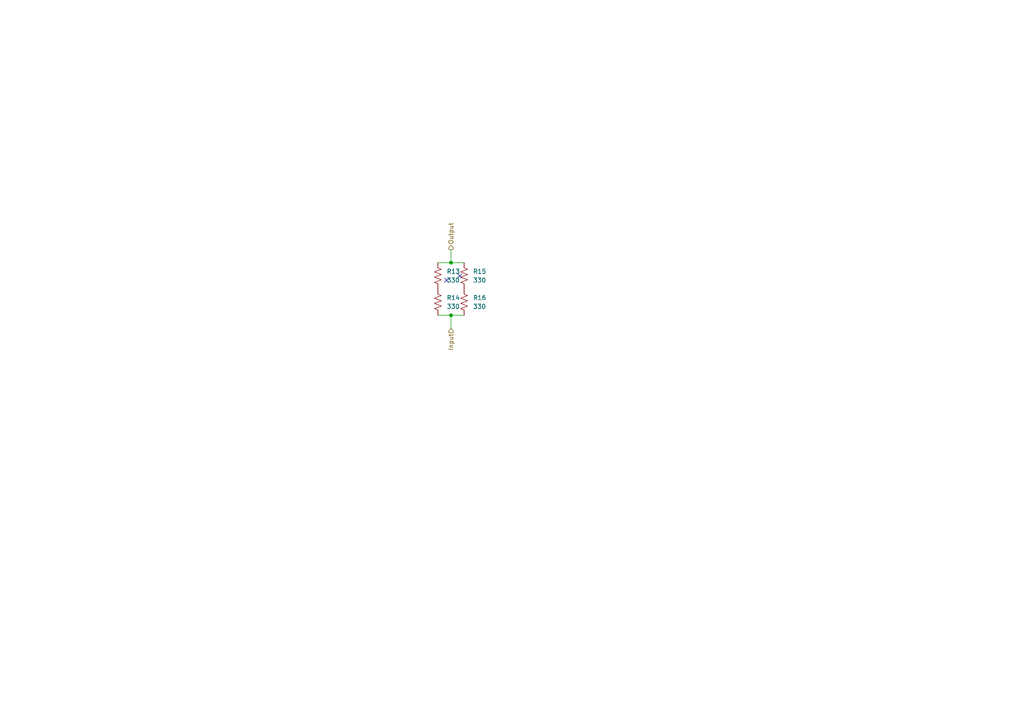
<source format=kicad_sch>
(kicad_sch (version 20250114) (generator "eeschema") (generator_version "9.0")
  (paper "A4")
  (lib_symbols
    (symbol "Device:R_US" (pin_numbers (hide yes)) (pin_names (offset 0))
      (property "Reference" "R" (at 2.54 0 90))
      (property "Value" "R_US" (at -2.54 0 90))
      (symbol "R_US_0_1"
        (polyline (pts (xy 0 2.286) (xy 0 2.54)))
        (polyline (pts (xy 0 2.286) (xy 1.016 1.905) (xy 0 1.524) (xy -1.016 1.143) (xy 0 0.762)))
        (polyline (pts (xy 0 0.762) (xy 1.016 0.381) (xy 0 0) (xy -1.016 -0.381) (xy 0 -0.762)))
        (polyline (pts (xy 0 -0.762) (xy 1.016 -1.143) (xy 0 -1.524) (xy -1.016 -1.905) (xy 0 -2.286)))
        (polyline (pts (xy 0 -2.286) (xy 0 -2.54)))
      )
      (symbol "R_US_1_1"
        (pin passive line (at 0 3.81 270) (length 1.27) (name "~") (number "1"))
        (pin passive line (at 0 -3.81 90) (length 1.27) (name "~") (number "2"))
      )
    )
  )
  (junction (at 130.81 76.2))
  (junction (at 130.81 91.44))
  (no_connect (at 133.35 80.01))
  (no_connect (at 129.54 81.28))
  (wire (pts (xy 130.81 91.44) (xy 134.62 91.44)))
  (wire (pts (xy 130.81 76.2) (xy 134.62 76.2)))
  (wire (pts (xy 127 76.2) (xy 130.81 76.2)))
  (wire (pts (xy 130.81 72.39) (xy 130.81 76.2)))
  (wire (pts (xy 127 91.44) (xy 130.81 91.44)))
  (wire (pts (xy 130.81 91.44) (xy 130.81 95.25)))
  (hierarchical_label "Input" (shape input) (at 130.81 95.25 270))
  (hierarchical_label "Output" (shape output) (at 130.81 72.39 90))
  (symbol (lib_id "Device:R_US") (at 134.62 80.01 0) (unit 1)
    (property "Reference" "R15" (at 137.16 78.7399 0) (effects (justify left)))
    (property "Value" "330" (at 137.16 81.2799 0) (effects (justify left)))
    (property "Description" "Resistor, US symbol" (effects (hide yes)))
  )
  (symbol (lib_id "Device:R_US") (at 127 80.01 180) (unit 1)
    (property "Reference" "R13" (at 129.54 78.7399 0) (effects (justify right)))
    (property "Value" "330" (at 129.54 81.2799 0) (effects (justify right)))
    (property "Description" "Resistor, US symbol" (effects (hide yes)))
  )
  (symbol (lib_id "Device:R_US") (at 127 87.63 180) (unit 1)
    (property "Reference" "R14" (at 129.54 86.3599 0) (effects (justify right)))
    (property "Value" "330" (at 129.54 88.8999 0) (effects (justify right)))
    (property "Description" "Resistor, US symbol" (effects (hide yes)))
  )
  (symbol (lib_id "Device:R_US") (at 134.62 87.63 0) (unit 1)
    (property "Reference" "R16" (at 137.16 86.3599 0) (effects (justify left)))
    (property "Value" "330" (at 137.16 88.8999 0) (effects (justify left)))
    (property "Description" "Resistor, US symbol" (effects (hide yes)))
  )
)
</source>
